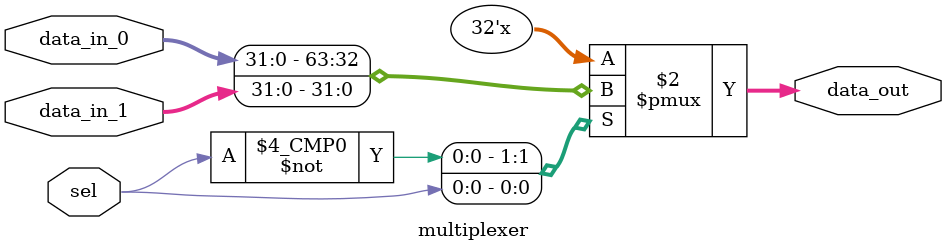
<source format=v>
module multiplexer (
    input [31:0] data_in_0, data_in_1,
    input sel,
    output reg [31:0] data_out
);

    always @(*) begin
        case (sel)
            1'b0: data_out = data_in_0;
            1'b1: data_out = data_in_1;
            default: data_out = 32'b0;
        endcase
    end

endmodule

</source>
